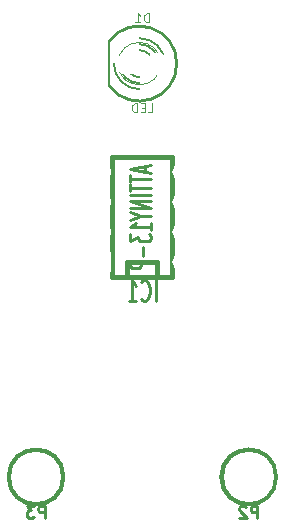
<source format=gbo>
G04 (created by PCBNEW (2013-07-07 BZR 4022)-stable) date 2014-07-19 12:08:06*
%MOIN*%
G04 Gerber Fmt 3.4, Leading zero omitted, Abs format*
%FSLAX34Y34*%
G01*
G70*
G90*
G04 APERTURE LIST*
%ADD10C,0.00590551*%
%ADD11C,0.008*%
%ADD12C,0.003*%
%ADD13C,0.01*%
%ADD14C,0.006*%
%ADD15C,0.015*%
%ADD16C,0.0035*%
%ADD17C,0.01125*%
%ADD18C,0.012*%
%ADD19C,0.073874*%
%ADD20R,0.067874X0.067874*%
%ADD21C,0.067874*%
%ADD22R,0.097874X0.069874*%
%ADD23O,0.097874X0.069874*%
%ADD24C,0.167874*%
%ADD25R,0.062874X0.062874*%
%ADD26C,0.062874*%
%ADD27R,0.077874X0.077874*%
%ADD28C,0.077874*%
%ADD29C,0.042874*%
G04 APERTURE END LIST*
G54D10*
G54D11*
X22502Y-16498D02*
X22502Y-14998D01*
G54D12*
X24229Y-15748D02*
G75*
G03X24229Y-15748I-707J0D01*
G74*
G01*
G54D13*
X22522Y-14997D02*
G75*
G02X22522Y-16498I999J-750D01*
G74*
G01*
G54D14*
X23522Y-15298D02*
G75*
G02X23972Y-15748I0J-450D01*
G74*
G01*
X23522Y-16198D02*
G75*
G02X23072Y-15748I0J450D01*
G74*
G01*
X23522Y-15098D02*
G75*
G02X24172Y-15748I0J-650D01*
G74*
G01*
X23522Y-16398D02*
G75*
G02X22872Y-15748I0J650D01*
G74*
G01*
X23522Y-14898D02*
G75*
G02X24372Y-15748I0J-850D01*
G74*
G01*
X23522Y-16598D02*
G75*
G02X22672Y-15748I0J850D01*
G74*
G01*
G54D15*
X24122Y-22866D02*
X24122Y-22366D01*
X24122Y-22366D02*
X23122Y-22366D01*
X23122Y-22366D02*
X23122Y-22866D01*
X24622Y-22866D02*
X24622Y-18866D01*
X24622Y-18866D02*
X22622Y-18866D01*
X22622Y-18866D02*
X22622Y-22866D01*
X22622Y-22866D02*
X24622Y-22866D01*
X28065Y-29527D02*
G75*
G03X28065Y-29527I-900J0D01*
G74*
G01*
X20978Y-29527D02*
G75*
G03X20978Y-29527I-900J0D01*
G74*
G01*
G54D16*
X23843Y-14369D02*
X23843Y-14069D01*
X23772Y-14069D01*
X23729Y-14083D01*
X23700Y-14112D01*
X23686Y-14140D01*
X23672Y-14198D01*
X23672Y-14240D01*
X23686Y-14298D01*
X23700Y-14326D01*
X23729Y-14355D01*
X23772Y-14369D01*
X23843Y-14369D01*
X23386Y-14369D02*
X23557Y-14369D01*
X23472Y-14369D02*
X23472Y-14069D01*
X23500Y-14112D01*
X23529Y-14140D01*
X23557Y-14155D01*
X23814Y-17369D02*
X23957Y-17369D01*
X23957Y-17069D01*
X23714Y-17212D02*
X23614Y-17212D01*
X23572Y-17369D02*
X23714Y-17369D01*
X23714Y-17069D01*
X23572Y-17069D01*
X23443Y-17369D02*
X23443Y-17069D01*
X23372Y-17069D01*
X23329Y-17083D01*
X23300Y-17112D01*
X23286Y-17140D01*
X23272Y-17198D01*
X23272Y-17240D01*
X23286Y-17298D01*
X23300Y-17326D01*
X23329Y-17355D01*
X23372Y-17369D01*
X23443Y-17369D01*
G54D17*
X24061Y-23649D02*
X24061Y-22949D01*
X23589Y-23582D02*
X23611Y-23616D01*
X23675Y-23649D01*
X23718Y-23649D01*
X23782Y-23616D01*
X23825Y-23549D01*
X23847Y-23482D01*
X23868Y-23349D01*
X23868Y-23249D01*
X23847Y-23116D01*
X23825Y-23049D01*
X23782Y-22982D01*
X23718Y-22949D01*
X23675Y-22949D01*
X23611Y-22982D01*
X23589Y-23016D01*
X23161Y-23649D02*
X23418Y-23649D01*
X23289Y-23649D02*
X23289Y-22949D01*
X23332Y-23049D01*
X23375Y-23116D01*
X23418Y-23149D01*
G54D18*
G54D13*
X23705Y-19161D02*
X23705Y-19351D01*
X23905Y-19123D02*
X23205Y-19256D01*
X23905Y-19389D01*
X23205Y-19466D02*
X23205Y-19694D01*
X23905Y-19580D02*
X23205Y-19580D01*
X23205Y-19770D02*
X23205Y-19999D01*
X23905Y-19885D02*
X23205Y-19885D01*
X23905Y-20132D02*
X23205Y-20132D01*
X23905Y-20323D02*
X23205Y-20323D01*
X23905Y-20551D01*
X23205Y-20551D01*
X23572Y-20818D02*
X23905Y-20818D01*
X23205Y-20685D02*
X23572Y-20818D01*
X23205Y-20951D01*
X23905Y-21294D02*
X23905Y-21066D01*
X23905Y-21180D02*
X23205Y-21180D01*
X23305Y-21142D01*
X23372Y-21104D01*
X23405Y-21066D01*
X23205Y-21428D02*
X23205Y-21675D01*
X23472Y-21542D01*
X23472Y-21599D01*
X23505Y-21637D01*
X23538Y-21656D01*
X23605Y-21675D01*
X23772Y-21675D01*
X23838Y-21656D01*
X23872Y-21637D01*
X23905Y-21599D01*
X23905Y-21485D01*
X23872Y-21447D01*
X23838Y-21428D01*
X23638Y-21847D02*
X23638Y-22151D01*
X23905Y-22342D02*
X23205Y-22342D01*
X23205Y-22494D01*
X23238Y-22532D01*
X23272Y-22551D01*
X23338Y-22570D01*
X23438Y-22570D01*
X23505Y-22551D01*
X23538Y-22532D01*
X23572Y-22494D01*
X23572Y-22342D01*
G54D18*
G54D13*
X27460Y-30889D02*
X27460Y-30489D01*
X27308Y-30489D01*
X27270Y-30508D01*
X27251Y-30527D01*
X27232Y-30565D01*
X27232Y-30622D01*
X27251Y-30660D01*
X27270Y-30679D01*
X27308Y-30698D01*
X27460Y-30698D01*
X27079Y-30527D02*
X27060Y-30508D01*
X27022Y-30489D01*
X26927Y-30489D01*
X26889Y-30508D01*
X26870Y-30527D01*
X26851Y-30565D01*
X26851Y-30603D01*
X26870Y-30660D01*
X27098Y-30889D01*
X26851Y-30889D01*
X20373Y-30889D02*
X20373Y-30489D01*
X20221Y-30489D01*
X20183Y-30508D01*
X20164Y-30527D01*
X20145Y-30565D01*
X20145Y-30622D01*
X20164Y-30660D01*
X20183Y-30679D01*
X20221Y-30698D01*
X20373Y-30698D01*
X20012Y-30489D02*
X19764Y-30489D01*
X19897Y-30641D01*
X19840Y-30641D01*
X19802Y-30660D01*
X19783Y-30679D01*
X19764Y-30718D01*
X19764Y-30813D01*
X19783Y-30851D01*
X19802Y-30870D01*
X19840Y-30889D01*
X19954Y-30889D01*
X19993Y-30870D01*
X20012Y-30851D01*
%LPC*%
G54D19*
X24122Y-15748D03*
X23122Y-15748D03*
G54D20*
X30011Y-20850D03*
G54D21*
X31011Y-20850D03*
X30011Y-21850D03*
X31011Y-21850D03*
X30011Y-22850D03*
X31011Y-22850D03*
G54D22*
X22122Y-22366D03*
G54D23*
X22122Y-21366D03*
X22122Y-20366D03*
X22122Y-19366D03*
X25122Y-19366D03*
X25122Y-20366D03*
X25122Y-21366D03*
X25122Y-22366D03*
G54D24*
X27165Y-29527D03*
G54D25*
X27452Y-16838D03*
G54D26*
X28452Y-16838D03*
X28452Y-15838D03*
G54D21*
X21622Y-24212D03*
X25622Y-24212D03*
X18700Y-16307D03*
X18700Y-20307D03*
G54D27*
X24622Y-26771D03*
G54D28*
X22622Y-26771D03*
G54D24*
X20078Y-29527D03*
G54D29*
X28543Y-26574D03*
M02*

</source>
